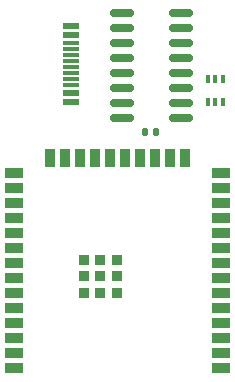
<source format=gbr>
%TF.GenerationSoftware,KiCad,Pcbnew,8.0.7*%
%TF.CreationDate,2024-12-28T12:59:27+01:00*%
%TF.ProjectId,scd30_esp,73636433-305f-4657-9370-2e6b69636164,rev?*%
%TF.SameCoordinates,Original*%
%TF.FileFunction,Paste,Bot*%
%TF.FilePolarity,Positive*%
%FSLAX46Y46*%
G04 Gerber Fmt 4.6, Leading zero omitted, Abs format (unit mm)*
G04 Created by KiCad (PCBNEW 8.0.7) date 2024-12-28 12:59:27*
%MOMM*%
%LPD*%
G01*
G04 APERTURE LIST*
G04 Aperture macros list*
%AMRoundRect*
0 Rectangle with rounded corners*
0 $1 Rounding radius*
0 $2 $3 $4 $5 $6 $7 $8 $9 X,Y pos of 4 corners*
0 Add a 4 corners polygon primitive as box body*
4,1,4,$2,$3,$4,$5,$6,$7,$8,$9,$2,$3,0*
0 Add four circle primitives for the rounded corners*
1,1,$1+$1,$2,$3*
1,1,$1+$1,$4,$5*
1,1,$1+$1,$6,$7*
1,1,$1+$1,$8,$9*
0 Add four rect primitives between the rounded corners*
20,1,$1+$1,$2,$3,$4,$5,0*
20,1,$1+$1,$4,$5,$6,$7,0*
20,1,$1+$1,$6,$7,$8,$9,0*
20,1,$1+$1,$8,$9,$2,$3,0*%
G04 Aperture macros list end*
%ADD10RoundRect,0.150000X-0.825000X-0.150000X0.825000X-0.150000X0.825000X0.150000X-0.825000X0.150000X0*%
%ADD11R,1.450000X0.600000*%
%ADD12R,1.450000X0.300000*%
%ADD13RoundRect,0.140000X0.140000X0.170000X-0.140000X0.170000X-0.140000X-0.170000X0.140000X-0.170000X0*%
%ADD14R,0.900000X0.900000*%
%ADD15R,1.500000X0.900000*%
%ADD16R,0.900000X1.500000*%
%ADD17R,0.400000X0.650000*%
G04 APERTURE END LIST*
D10*
%TO.C,U3*%
X73065000Y-49290000D03*
X73065000Y-48020000D03*
X73065000Y-46750000D03*
X73065000Y-45480000D03*
X73065000Y-44210000D03*
X73065000Y-42940000D03*
X73065000Y-41670000D03*
X73065000Y-40400000D03*
X68115000Y-40400000D03*
X68115000Y-41670000D03*
X68115000Y-42940000D03*
X68115000Y-44210000D03*
X68115000Y-45480000D03*
X68115000Y-46750000D03*
X68115000Y-48020000D03*
X68115000Y-49290000D03*
%TD*%
D11*
%TO.C,J2*%
X63800000Y-48000000D03*
X63800000Y-47200000D03*
D12*
X63800000Y-46500000D03*
X63800000Y-45500000D03*
X63800000Y-44000000D03*
X63800000Y-43000000D03*
D11*
X63800000Y-42300000D03*
X63800000Y-41500000D03*
X63800000Y-41500000D03*
X63800000Y-42300000D03*
D12*
X63800000Y-43500000D03*
X63800000Y-44500000D03*
X63800000Y-45000000D03*
X63800000Y-46000000D03*
D11*
X63800000Y-47200000D03*
X63800000Y-48000000D03*
%TD*%
D13*
%TO.C,C4*%
X70965000Y-50550000D03*
X70005000Y-50550000D03*
%TD*%
D14*
%TO.C,U2*%
X66230000Y-61340000D03*
X67630000Y-62740000D03*
X66230000Y-62740000D03*
X64830000Y-62740000D03*
X67630000Y-64140000D03*
X66230000Y-64140000D03*
X67630000Y-61340000D03*
X64830000Y-64140000D03*
X64830000Y-61340000D03*
D15*
X76480000Y-70460000D03*
X76480000Y-69190000D03*
X76480000Y-67920000D03*
X76480000Y-66650000D03*
X76480000Y-65380000D03*
X76480000Y-64110000D03*
X76480000Y-62840000D03*
X76480000Y-61570000D03*
X76480000Y-60300000D03*
X76480000Y-59030000D03*
X76480000Y-57760000D03*
X76480000Y-56490000D03*
X76480000Y-55220000D03*
X76480000Y-53950000D03*
D16*
X73450000Y-52700000D03*
X72180000Y-52700000D03*
X70910000Y-52700000D03*
X69640000Y-52700000D03*
X68370000Y-52700000D03*
X67100000Y-52700000D03*
X65830000Y-52700000D03*
X64560000Y-52700000D03*
X63290000Y-52700000D03*
X62020000Y-52700000D03*
D15*
X58980000Y-53950000D03*
X58980000Y-55220000D03*
X58980000Y-56490000D03*
X58980000Y-57760000D03*
X58980000Y-59030000D03*
X58980000Y-60300000D03*
X58980000Y-61570000D03*
X58980000Y-62840000D03*
X58980000Y-64110000D03*
X58980000Y-65380000D03*
X58980000Y-66650000D03*
X58980000Y-67920000D03*
X58980000Y-69190000D03*
X58980000Y-70460000D03*
%TD*%
D17*
%TO.C,Q3*%
X75350000Y-47950000D03*
X76000000Y-47950000D03*
X76650000Y-47950000D03*
X76650000Y-46050000D03*
X76000000Y-46050000D03*
X75350000Y-46050000D03*
%TD*%
M02*

</source>
